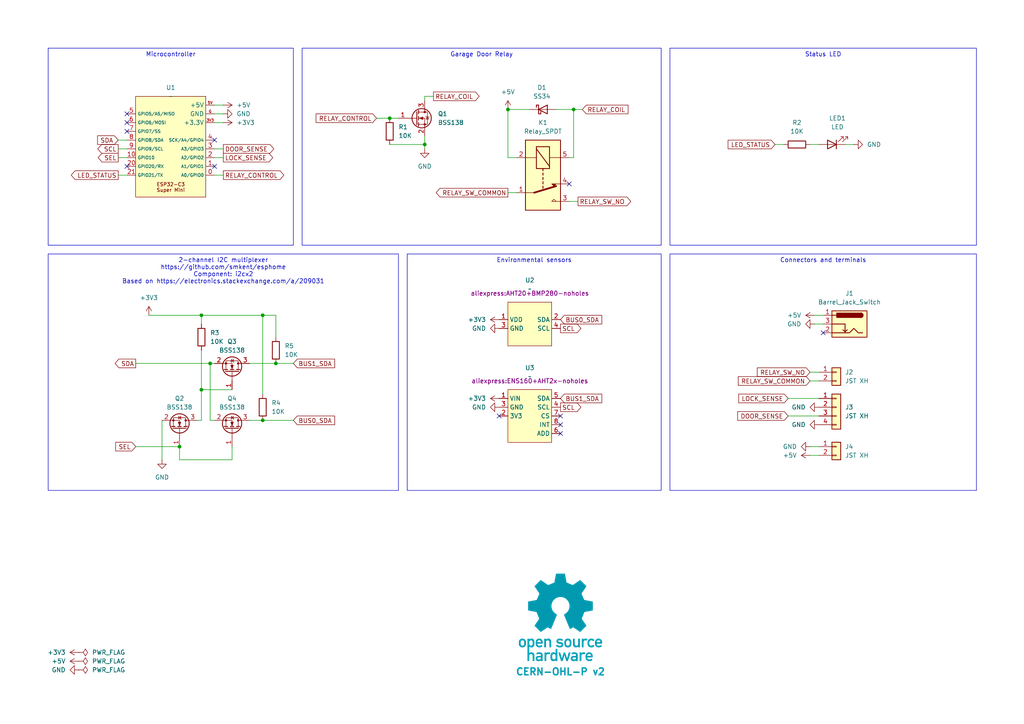
<source format=kicad_sch>
(kicad_sch (version 20231120) (generator "eeschema") (generator_version "8.0")
  (paper "A4")
  (lib_symbols
    (symbol "Connector:Barrel_Jack_Switch" (pin_names hide)
      (property "Reference" "J" (at 0 5.334 0))
      (property "Value" "Barrel_Jack_Switch" (at 0 -5.08 0))
      (symbol "Barrel_Jack_Switch_0_1"
        (rectangle (start -5.08 3.81) (end 5.08 -3.81) (stroke (width 0.254)) (fill (type background)))
        (arc (start -3.302 3.175) (mid -3.9343 2.54) (end -3.302 1.905) (stroke (width 0.254)))
        (arc (start -3.302 3.175) (mid -3.9343 2.54) (end -3.302 1.905) (stroke (width 0.254)) (fill (type outline)))
        (polyline (pts (xy 1.27 -2.286) (xy 1.905 -1.651)) (stroke (width 0.254)))
        (polyline (pts (xy 5.08 2.54) (xy 3.81 2.54)) (stroke (width 0.254)))
        (polyline (pts (xy 5.08 0) (xy 1.27 0) (xy 1.27 -2.286) (xy 0.635 -1.651)) (stroke (width 0.254)))
        (polyline (pts (xy -3.81 -2.54) (xy -2.54 -2.54) (xy -1.27 -1.27) (xy 0 -2.54) (xy 2.54 -2.54) (xy 5.08 -2.54)) (stroke (width 0.254)))
        (rectangle (start 3.683 3.175) (end -3.302 1.905) (stroke (width 0.254)) (fill (type outline)))
      )
      (symbol "Barrel_Jack_Switch_1_1"
        (pin passive line (at 7.62 2.54 180) (length 2.54) (name "~") (number "1"))
        (pin passive line (at 7.62 -2.54 180) (length 2.54) (name "~") (number "2"))
        (pin passive line (at 7.62 0 180) (length 2.54) (name "~") (number "3"))
      )
    )
    (symbol "Connector_Generic:Conn_01x02" (pin_names (offset 1.016) hide)
      (property "Reference" "J" (at 0 2.54 0))
      (property "Value" "Conn_01x02" (at 0 -5.08 0))
      (symbol "Conn_01x02_1_1"
        (rectangle (start -1.27 -2.413) (end 0 -2.667) (stroke (width 0.1524)))
        (rectangle (start -1.27 0.127) (end 0 -0.127) (stroke (width 0.1524)))
        (rectangle (start -1.27 1.27) (end 1.27 -3.81) (stroke (width 0.254)) (fill (type background)))
        (pin passive line (at -5.08 0 0) (length 3.81) (name "Pin_1") (number "1"))
        (pin passive line (at -5.08 -2.54 0) (length 3.81) (name "Pin_2") (number "2"))
      )
    )
    (symbol "Connector_Generic:Conn_01x04" (pin_names (offset 1.016) hide)
      (property "Reference" "J" (at 0 5.08 0))
      (property "Value" "Conn_01x04" (at 0 -7.62 0))
      (symbol "Conn_01x04_1_1"
        (rectangle (start -1.27 -4.953) (end 0 -5.207) (stroke (width 0.1524)))
        (rectangle (start -1.27 -2.413) (end 0 -2.667) (stroke (width 0.1524)))
        (rectangle (start -1.27 0.127) (end 0 -0.127) (stroke (width 0.1524)))
        (rectangle (start -1.27 2.667) (end 0 2.413) (stroke (width 0.1524)))
        (rectangle (start -1.27 3.81) (end 1.27 -6.35) (stroke (width 0.254)) (fill (type background)))
        (pin passive line (at -5.08 2.54 0) (length 3.81) (name "Pin_1") (number "1"))
        (pin passive line (at -5.08 0 0) (length 3.81) (name "Pin_2") (number "2"))
        (pin passive line (at -5.08 -2.54 0) (length 3.81) (name "Pin_3") (number "3"))
        (pin passive line (at -5.08 -5.08 0) (length 3.81) (name "Pin_4") (number "4"))
      )
    )
    (symbol "Device:LED" (pin_numbers hide) (pin_names (offset 1.016) hide)
      (property "Reference" "D" (at 0 2.54 0))
      (property "Value" "LED" (at 0 -2.54 0))
      (symbol "LED_0_1"
        (polyline (pts (xy -1.27 -1.27) (xy -1.27 1.27)) (stroke (width 0.254)))
        (polyline (pts (xy -1.27 0) (xy 1.27 0)))
        (polyline (pts (xy 1.27 -1.27) (xy 1.27 1.27) (xy -1.27 0) (xy 1.27 -1.27)) (stroke (width 0.254)))
        (polyline (pts (xy -3.048 -0.762) (xy -4.572 -2.286) (xy -3.81 -2.286) (xy -4.572 -2.286) (xy -4.572 -1.524)))
        (polyline (pts (xy -1.778 -0.762) (xy -3.302 -2.286) (xy -2.54 -2.286) (xy -3.302 -2.286) (xy -3.302 -1.524)))
      )
      (symbol "LED_1_1"
        (pin passive line (at -3.81 0 0) (length 2.54) (name "K") (number "1"))
        (pin passive line (at 3.81 0 180) (length 2.54) (name "A") (number "2"))
      )
    )
    (symbol "Device:R" (pin_numbers hide) (pin_names (offset 0))
      (property "Reference" "R" (at 2.032 0 90))
      (property "Value" "R" (at 0 0 90))
      (symbol "R_0_1"
        (rectangle (start -1.016 -2.54) (end 1.016 2.54) (stroke (width 0.254)))
      )
      (symbol "R_1_1"
        (pin passive line (at 0 3.81 270) (length 1.27) (name "~") (number "1"))
        (pin passive line (at 0 -3.81 90) (length 1.27) (name "~") (number "2"))
      )
    )
    (symbol "Diode:SS34" (pin_numbers hide) (pin_names (offset 1.016) hide)
      (property "Reference" "D" (at 0 2.54 0))
      (property "Value" "SS34" (at 0 -2.54 0))
      (symbol "SS34_0_1"
        (polyline (pts (xy 1.27 0) (xy -1.27 0)))
        (polyline (pts (xy 1.27 1.27) (xy 1.27 -1.27) (xy -1.27 0) (xy 1.27 1.27)) (stroke (width 0.254)))
        (polyline (pts (xy -1.905 0.635) (xy -1.905 1.27) (xy -1.27 1.27) (xy -1.27 -1.27) (xy -0.635 -1.27) (xy -0.635 -0.635)) (stroke (width 0.254)))
      )
      (symbol "SS34_1_1"
        (pin passive line (at -3.81 0 0) (length 2.54) (name "K") (number "1"))
        (pin passive line (at 3.81 0 180) (length 2.54) (name "A") (number "2"))
      )
    )
    (symbol "ESP32-C3-Super-Mini_1"
      (property "Reference" "U" (at 0 18.288 0))
      (symbol "ESP32-C3-Super-Mini_1_0_1"
        (rectangle (start -10.16 13.97) (end 10.16 -15.24) (fill (type background)))
      )
      (symbol "ESP32-C3-Super-Mini_1_1_1"
        (text_box "ESP32-C3\nSuper Mini" (at -7.62 -10.16 0) (size 15.24 -5.08) (stroke (width -0.0001)) (effects (font (size 1.016 1.016)) (justify top)))
        (pin passive line (at 12.7 -8.89 180) (length 2.54) (name "A0/GPIO0") (number "0"))
        (pin passive line (at 12.7 -6.35 180) (length 2.54) (name "A1/GPIO1") (number "1"))
        (pin passive line (at -12.7 -3.81 0) (length 2.54) (name "GPIO10") (number "10"))
        (pin passive line (at 12.7 -3.81 180) (length 2.54) (name "A2/GPIO2") (number "2"))
        (pin passive line (at -12.7 -6.35 0) (length 2.54) (name "GPIO20/RX") (number "20"))
        (pin passive line (at -12.7 -8.89 0) (length 2.54) (name "GPIO21/TX") (number "21"))
        (pin passive line (at 12.7 -1.27 180) (length 2.54) (name "A3/GPIO3") (number "3"))
        (pin power_in line (at 12.7 6.35 180) (length 2.54) (name "+3.3V") (number "3V3"))
        (pin passive line (at 12.7 1.27 180) (length 2.54) (name "SCK/A4/GPIO4") (number "4"))
        (pin passive line (at -12.7 8.89 0) (length 2.54) (name "GPIO5/A5/MISO") (number "5"))
        (pin power_in line (at 12.7 11.43 180) (length 2.54) (name "+5V") (number "5V"))
        (pin passive line (at -12.7 6.35 0) (length 2.54) (name "GPIO6/MOSI") (number "6"))
        (pin passive line (at -12.7 3.81 0) (length 2.54) (name "GPIO7/SS") (number "7"))
        (pin passive line (at -12.7 1.27 0) (length 2.54) (name "GPIO8/SDA") (number "8"))
        (pin passive line (at -12.7 -1.27 0) (length 2.54) (name "GPIO9/SCL") (number "9"))
        (pin power_in line (at 12.7 8.89 180) (length 2.54) (name "GND") (number "G"))
      )
    )
    (symbol "Relay:SANYOU_SRD_Form_C"
      (property "Reference" "K" (at 11.43 3.81 0))
      (property "Value" "SANYOU_SRD_Form_C" (at 11.43 1.27 0))
      (symbol "SANYOU_SRD_Form_C_0_0"
        (polyline (pts (xy 7.62 5.08) (xy 7.62 2.54) (xy 6.985 3.175) (xy 7.62 3.81)))
      )
      (symbol "SANYOU_SRD_Form_C_0_1"
        (rectangle (start -10.16 5.08) (end 10.16 -5.08) (stroke (width 0.254)) (fill (type background)))
        (rectangle (start -8.255 1.905) (end -1.905 -1.905) (stroke (width 0.254)))
        (polyline (pts (xy -7.62 -1.905) (xy -2.54 1.905)) (stroke (width 0.254)))
        (polyline (pts (xy -5.08 -5.08) (xy -5.08 -1.905)))
        (polyline (pts (xy -5.08 5.08) (xy -5.08 1.905)))
        (polyline (pts (xy -1.905 0) (xy -1.27 0)) (stroke (width 0.254)))
        (polyline (pts (xy -0.635 0) (xy 0 0)) (stroke (width 0.254)))
        (polyline (pts (xy 0.635 0) (xy 1.27 0)) (stroke (width 0.254)))
        (polyline (pts (xy 1.905 0) (xy 2.54 0)) (stroke (width 0.254)))
        (polyline (pts (xy 3.175 0) (xy 3.81 0)) (stroke (width 0.254)))
        (polyline (pts (xy 5.08 -2.54) (xy 3.175 3.81)) (stroke (width 0.508)))
        (polyline (pts (xy 5.08 -2.54) (xy 5.08 -5.08)))
      )
      (symbol "SANYOU_SRD_Form_C_1_1"
        (polyline (pts (xy 2.54 3.81) (xy 3.175 3.175) (xy 2.54 2.54) (xy 2.54 5.08)) (fill (type outline)))
        (pin passive line (at 5.08 -7.62 90) (length 2.54) (name "~") (number "1"))
        (pin passive line (at -5.08 -7.62 90) (length 2.54) (name "~") (number "2"))
        (pin passive line (at 7.62 7.62 270) (length 2.54) (name "~") (number "3"))
        (pin passive line (at 2.54 7.62 270) (length 2.54) (name "~") (number "4"))
        (pin passive line (at -5.08 7.62 270) (length 2.54) (name "~") (number "5"))
      )
    )
    (symbol "Transistor_FET:BSS138" (pin_names hide)
      (property "Reference" "Q" (at 5.08 1.905 0))
      (property "Value" "BSS138" (at 5.08 0 0))
      (symbol "BSS138_0_1"
        (polyline (pts (xy 0.254 0) (xy -2.54 0)))
        (polyline (pts (xy 0.254 1.905) (xy 0.254 -1.905)) (stroke (width 0.254)))
        (polyline (pts (xy 0.762 -1.27) (xy 0.762 -2.286)) (stroke (width 0.254)))
        (polyline (pts (xy 0.762 0.508) (xy 0.762 -0.508)) (stroke (width 0.254)))
        (polyline (pts (xy 0.762 2.286) (xy 0.762 1.27)) (stroke (width 0.254)))
        (polyline (pts (xy 2.54 2.54) (xy 2.54 1.778)))
        (polyline (pts (xy 2.54 -2.54) (xy 2.54 0) (xy 0.762 0)))
        (polyline (pts (xy 0.762 -1.778) (xy 3.302 -1.778) (xy 3.302 1.778) (xy 0.762 1.778)))
        (polyline (pts (xy 1.016 0) (xy 2.032 0.381) (xy 2.032 -0.381) (xy 1.016 0)) (fill (type outline)))
        (polyline (pts (xy 2.794 0.508) (xy 2.921 0.381) (xy 3.683 0.381) (xy 3.81 0.254)))
        (polyline (pts (xy 3.302 0.381) (xy 2.921 -0.254) (xy 3.683 -0.254) (xy 3.302 0.381)))
        (circle (center 1.651 0) (radius 2.794) (stroke (width 0.254)))
        (circle (center 2.54 -1.778) (radius 0.254) (fill (type outline)))
        (circle (center 2.54 1.778) (radius 0.254) (fill (type outline)))
      )
      (symbol "BSS138_1_1"
        (pin input line (at -5.08 0 0) (length 2.54) (name "G") (number "1"))
        (pin passive line (at 2.54 -5.08 90) (length 2.54) (name "S") (number "2"))
        (pin passive line (at 2.54 5.08 270) (length 2.54) (name "D") (number "3"))
      )
    )
    (symbol "aliexpress:AHT20+BMP280"
      (property "Reference" "U" (at 0 12.7 0))
      (property "Footprint" "aliexpress:AHT20+BMP280" (at 0 10.16 0))
      (symbol "AHT20+BMP280_0_1"
        (rectangle (start -6.35 6.35) (end 6.35 -6.35) (fill (type background)))
      )
      (symbol "AHT20+BMP280_1_1"
        (pin power_in line (at -8.89 1.27 0) (length 2.54) (name "VDD") (number "1"))
        (pin bidirectional line (at 8.89 1.27 180) (length 2.54) (name "SDA") (number "2"))
        (pin power_in line (at -8.89 -1.27 0) (length 2.54) (name "GND") (number "3"))
        (pin input line (at 8.89 -1.27 180) (length 2.54) (name "SCL") (number "4"))
      )
    )
    (symbol "aliexpress:ENS160+AHT2x"
      (property "Reference" "U" (at 0 11.43 0))
      (property "Footprint" "aliexpress:ENS160+AHT2x" (at 0.635 9.525 0))
      (symbol "ENS160+AHT2x_0_1"
        (rectangle (start -6.35 7.62) (end 6.35 -7.62) (fill (type background)))
      )
      (symbol "ENS160+AHT2x_1_1"
        (pin power_in line (at -8.89 5.08 0) (length 2.54) (name "VIN") (number "1"))
        (pin power_out line (at -8.89 0 0) (length 2.54) (name "3V3") (number "2"))
        (pin power_in line (at -8.89 2.54 0) (length 2.54) (name "GND") (number "3"))
        (pin input line (at 8.89 2.54 180) (length 2.54) (name "SCL") (number "4"))
        (pin bidirectional line (at 8.89 5.08 180) (length 2.54) (name "SDA") (number "5"))
        (pin input line (at 8.89 -5.08 180) (length 2.54) (name "ADD") (number "6"))
        (pin input line (at 8.89 0 180) (length 2.54) (name "CS") (number "7"))
        (pin output line (at 8.89 -2.54 180) (length 2.54) (name "INT") (number "8"))
      )
    )
    (symbol "power:+3V3" (power) (pin_numbers hide) (pin_names (offset 0) hide)
      (property "Value" "+3V3" (at 0 3.556 0))
      (symbol "+3V3_0_1"
        (polyline (pts (xy -0.762 1.27) (xy 0 2.54)))
        (polyline (pts (xy 0 0) (xy 0 2.54)))
        (polyline (pts (xy 0 2.54) (xy 0.762 1.27)))
      )
      (symbol "+3V3_1_1"
        (pin power_in line (at 0 0 90) (length 0) (name "~") (number "1"))
      )
    )
    (symbol "power:+5V" (power) (pin_numbers hide) (pin_names (offset 0) hide)
      (property "Value" "+5V" (at 0 3.556 0))
      (symbol "+5V_0_1"
        (polyline (pts (xy -0.762 1.27) (xy 0 2.54)))
        (polyline (pts (xy 0 0) (xy 0 2.54)))
        (polyline (pts (xy 0 2.54) (xy 0.762 1.27)))
      )
      (symbol "+5V_1_1"
        (pin power_in line (at 0 0 90) (length 0) (name "~") (number "1"))
      )
    )
    (symbol "power:GND" (power) (pin_numbers hide) (pin_names (offset 0) hide)
      (property "Value" "GND" (at 0 -3.81 0))
      (symbol "GND_0_1"
        (polyline (pts (xy 0 0) (xy 0 -1.27) (xy 1.27 -1.27) (xy 0 -2.54) (xy -1.27 -1.27) (xy 0 -1.27)))
      )
      (symbol "GND_1_1"
        (pin power_in line (at 0 0 270) (length 0) (name "~") (number "1"))
      )
    )
    (symbol "power:PWR_FLAG" (power) (pin_numbers hide) (pin_names (offset 0) hide)
      (property "Value" "PWR_FLAG" (at 0 3.81 0))
      (symbol "PWR_FLAG_0_0"
        (pin power_out line (at 0 0 90) (length 0) (name "~") (number "1"))
      )
      (symbol "PWR_FLAG_0_1"
        (polyline (pts (xy 0 0) (xy 0 1.27) (xy -1.016 1.905) (xy 0 2.54) (xy 1.016 1.905) (xy 0 1.27)))
      )
    )
  )
  (junction (at 58.42 91.44))
  (junction (at 166.37 31.75))
  (junction (at 123.19 41.91))
  (junction (at 147.32 31.75))
  (junction (at 76.2 91.44))
  (junction (at 60.96 105.41))
  (junction (at 52.07 129.54))
  (junction (at 80.01 105.41))
  (junction (at 113.03 34.29))
  (junction (at 58.42 113.03))
  (junction (at 76.2 121.92))
  (no_connect (at 238.76 96.52))
  (no_connect (at 62.23 40.64))
  (no_connect (at 62.23 48.26))
  (no_connect (at 36.83 33.02))
  (no_connect (at 162.56 123.19))
  (no_connect (at 162.56 125.73))
  (no_connect (at 144.78 120.65))
  (no_connect (at 165.1 53.34))
  (no_connect (at 162.56 120.65))
  (no_connect (at 36.83 35.56))
  (no_connect (at 36.83 48.26))
  (no_connect (at 36.83 38.1))
  (wire (pts (xy 234.95 41.91) (xy 237.49 41.91)))
  (wire (pts (xy 113.03 34.29) (xy 115.57 34.29)))
  (wire (pts (xy 39.37 105.41) (xy 60.96 105.41)))
  (wire (pts (xy 58.42 101.6) (xy 58.42 113.03)))
  (wire (pts (xy 72.39 121.92) (xy 76.2 121.92)))
  (wire (pts (xy 34.29 43.18) (xy 36.83 43.18)))
  (wire (pts (xy 123.19 41.91) (xy 123.19 39.37)))
  (wire (pts (xy 80.01 104.14) (xy 80.01 105.41)))
  (wire (pts (xy 34.29 50.8) (xy 36.83 50.8)))
  (wire (pts (xy 147.32 55.88) (xy 149.86 55.88)))
  (wire (pts (xy 58.42 113.03) (xy 67.31 113.03)))
  (wire (pts (xy 123.19 43.18) (xy 123.19 41.91)))
  (wire (pts (xy 245.11 41.91) (xy 247.65 41.91)))
  (wire (pts (xy 236.22 93.98) (xy 238.76 93.98)))
  (wire (pts (xy 64.77 45.72) (xy 62.23 45.72)))
  (wire (pts (xy 52.07 133.35) (xy 67.31 133.35)))
  (wire (pts (xy 34.29 45.72) (xy 36.83 45.72)))
  (wire (pts (xy 167.64 58.42) (xy 165.1 58.42)))
  (wire (pts (xy 234.95 132.08) (xy 237.49 132.08)))
  (wire (pts (xy 113.03 41.91) (xy 123.19 41.91)))
  (wire (pts (xy 39.37 129.54) (xy 52.07 129.54)))
  (wire (pts (xy 62.23 105.41) (xy 60.96 105.41)))
  (wire (pts (xy 62.23 30.48) (xy 64.77 30.48)))
  (wire (pts (xy 80.01 91.44) (xy 80.01 97.79)))
  (wire (pts (xy 62.23 50.8) (xy 64.77 50.8)))
  (wire (pts (xy 166.37 31.75) (xy 168.91 31.75)))
  (wire (pts (xy 147.32 45.72) (xy 147.32 31.75)))
  (wire (pts (xy 64.77 43.18) (xy 62.23 43.18)))
  (wire (pts (xy 43.18 91.44) (xy 58.42 91.44)))
  (wire (pts (xy 52.07 133.35) (xy 52.07 129.54)))
  (wire (pts (xy 237.49 115.57) (xy 228.6 115.57)))
  (wire (pts (xy 125.73 27.94) (xy 123.19 27.94)))
  (wire (pts (xy 161.29 31.75) (xy 166.37 31.75)))
  (wire (pts (xy 58.42 113.03) (xy 58.42 121.92)))
  (wire (pts (xy 234.95 107.95) (xy 237.49 107.95)))
  (wire (pts (xy 123.19 27.94) (xy 123.19 29.21)))
  (wire (pts (xy 72.39 105.41) (xy 80.01 105.41)))
  (wire (pts (xy 237.49 120.65) (xy 228.6 120.65)))
  (wire (pts (xy 166.37 31.75) (xy 166.37 45.72)))
  (wire (pts (xy 60.96 121.92) (xy 62.23 121.92)))
  (wire (pts (xy 62.23 33.02) (xy 64.77 33.02)))
  (wire (pts (xy 166.37 45.72) (xy 165.1 45.72)))
  (wire (pts (xy 58.42 91.44) (xy 58.42 93.98)))
  (wire (pts (xy 67.31 133.35) (xy 67.31 129.54)))
  (wire (pts (xy 234.95 110.49) (xy 237.49 110.49)))
  (wire (pts (xy 58.42 91.44) (xy 76.2 91.44)))
  (wire (pts (xy 236.22 91.44) (xy 238.76 91.44)))
  (wire (pts (xy 234.95 129.54) (xy 237.49 129.54)))
  (wire (pts (xy 76.2 91.44) (xy 76.2 114.3)))
  (wire (pts (xy 46.99 121.92) (xy 46.99 133.35)))
  (wire (pts (xy 76.2 121.92) (xy 85.09 121.92)))
  (wire (pts (xy 147.32 31.75) (xy 153.67 31.75)))
  (wire (pts (xy 80.01 105.41) (xy 85.09 105.41)))
  (wire (pts (xy 109.22 34.29) (xy 113.03 34.29)))
  (wire (pts (xy 57.15 121.92) (xy 58.42 121.92)))
  (wire (pts (xy 224.79 41.91) (xy 227.33 41.91)))
  (wire (pts (xy 76.2 91.44) (xy 80.01 91.44)))
  (wire (pts (xy 149.86 45.72) (xy 147.32 45.72)))
  (wire (pts (xy 64.77 35.56) (xy 62.23 35.56)))
  (wire (pts (xy 34.29 40.64) (xy 36.83 40.64)))
  (wire (pts (xy 60.96 105.41) (xy 60.96 121.92)))
  (image (at 162.56 179.07) (scale 0.37481))
  (text_box "Garage Door Relay" (at 87.63 13.97 0) (size 104.14 57.15) (effects (font (size 1.27 1.27)) (justify top)))
  (text_box "2-channel I2C multiplexer\nhttps://github.com/smkent/esphome\nComponent: i2cx2\nBased on https://electronics.stackexchange.com/a/209031" (at 13.97 73.66 0) (size 101.6 68.58) (effects (font (size 1.27 1.27)) (justify top)))
  (text_box "Environmental sensors" (at 118.11 73.66 0) (size 73.66 68.58) (effects (font (size 1.27 1.27)) (justify top)))
  (text_box "Microcontroller" (at 13.97 13.97 0) (size 71.12 57.15) (effects (font (size 1.27 1.27)) (justify top)))
  (text_box "Status LED" (at 194.31 13.97 0) (size 88.9 57.15) (effects (font (size 1.27 1.27)) (justify top)))
  (text_box "Connectors and terminals" (at 194.31 73.66 0) (size 88.9 68.58) (effects (font (size 1.27 1.27)) (justify top)))
  (text "CERN-OHL-P v2" (at 162.56 195.072 0) (effects (font (size 2 2) (thickness 0.4) (bold yes))))
  (global_label "SEL" (shape input) (at 39.37 129.54 180) (property "Intersheetrefs" "${INTERSHEET_REFS}" (effects (hide yes))))
  (global_label "RELAY_SW_NO" (shape input) (at 234.95 107.95 180) (property "Intersheetrefs" "${INTERSHEET_REFS}" (effects (hide yes))))
  (global_label "DOOR_SENSE" (shape output) (at 64.77 43.18 0) (property "Intersheetrefs" "${INTERSHEET_REFS}" (effects (hide yes))))
  (global_label "LED_STATUS" (shape input) (at 224.79 41.91 180) (property "Intersheetrefs" "${INTERSHEET_REFS}" (effects (hide yes))))
  (global_label "SCL" (shape output) (at 162.56 95.25 0) (property "Intersheetrefs" "${INTERSHEET_REFS}" (effects (hide yes))))
  (global_label "RELAY_CONTROL" (shape input) (at 109.22 34.29 180) (property "Intersheetrefs" "${INTERSHEET_REFS}" (effects (hide yes))))
  (global_label "LOCK_SENSE" (shape input) (at 228.6 115.57 180) (property "Intersheetrefs" "${INTERSHEET_REFS}" (effects (hide yes))))
  (global_label "SDA" (shape input) (at 34.29 40.64 180) (property "Intersheetrefs" "${INTERSHEET_REFS}" (effects (hide yes))))
  (global_label "LED_STATUS" (shape output) (at 34.29 50.8 180) (property "Intersheetrefs" "${INTERSHEET_REFS}" (effects (hide yes))))
  (global_label "SCL" (shape output) (at 34.29 43.18 180) (property "Intersheetrefs" "${INTERSHEET_REFS}" (effects (hide yes))))
  (global_label "RELAY_COIL" (shape output) (at 125.73 27.94 0) (property "Intersheetrefs" "${INTERSHEET_REFS}" (effects (hide yes))))
  (global_label "RELAY_SW_COMMON" (shape output) (at 147.32 55.88 180) (property "Intersheetrefs" "${INTERSHEET_REFS}" (effects (hide yes))))
  (global_label "BUS0_SDA" (shape input) (at 85.09 121.92 0) (property "Intersheetrefs" "${INTERSHEET_REFS}" (effects (hide yes))))
  (global_label "RELAY_COIL" (shape input) (at 168.91 31.75 0) (property "Intersheetrefs" "${INTERSHEET_REFS}" (effects (hide yes))))
  (global_label "LOCK_SENSE" (shape output) (at 64.77 45.72 0) (property "Intersheetrefs" "${INTERSHEET_REFS}" (effects (hide yes))))
  (global_label "SCL" (shape output) (at 162.56 118.11 0) (property "Intersheetrefs" "${INTERSHEET_REFS}" (effects (hide yes))))
  (global_label "BUS1_SDA" (shape input) (at 162.56 115.57 0) (property "Intersheetrefs" "${INTERSHEET_REFS}" (effects (hide yes))))
  (global_label "RELAY_SW_NO" (shape output) (at 167.64 58.42 0) (property "Intersheetrefs" "${INTERSHEET_REFS}" (effects (hide yes))))
  (global_label "RELAY_CONTROL" (shape output) (at 64.77 50.8 0) (property "Intersheetrefs" "${INTERSHEET_REFS}" (effects (hide yes))))
  (global_label "SDA" (shape output) (at 39.37 105.41 180) (property "Intersheetrefs" "${INTERSHEET_REFS}" (effects (hide yes))))
  (global_label "BUS0_SDA" (shape input) (at 162.56 92.71 0) (property "Intersheetrefs" "${INTERSHEET_REFS}" (effects (hide yes))))
  (global_label "DOOR_SENSE" (shape input) (at 228.6 120.65 180) (property "Intersheetrefs" "${INTERSHEET_REFS}" (effects (hide yes))))
  (global_label "SEL" (shape output) (at 34.29 45.72 180) (property "Intersheetrefs" "${INTERSHEET_REFS}" (effects (hide yes))))
  (global_label "RELAY_SW_COMMON" (shape input) (at 234.95 110.49 180) (property "Intersheetrefs" "${INTERSHEET_REFS}" (effects (hide yes))))
  (global_label "BUS1_SDA" (shape input) (at 85.09 105.41 0) (property "Intersheetrefs" "${INTERSHEET_REFS}" (effects (hide yes))))
  (symbol (lib_id "power:GND") (at 237.49 118.11 270) (unit 1)
    (property "Reference" "#PWR012" (effects (hide yes)))
    (property "Value" "GND" (at 233.68 118.1099 90) (effects (justify right)))
    (property "Description" "Power symbol creates a global label with name \"GND\" , ground" (effects (hide yes)))
  )
  (symbol (lib_id "power:+3V3") (at 144.78 115.57 90) (unit 1)
    (property "Reference" "#PWR05" (effects (hide yes)))
    (property "Value" "+3V3" (at 140.97 115.5699 90) (effects (justify left)))
    (property "Description" "Power symbol creates a global label with name \"+3V3\"" (effects (hide yes)))
  )
  (symbol (lib_id "Device:LED") (at 241.3 41.91 180) (unit 1)
    (property "Reference" "LED1" (at 242.8875 34.29 0))
    (property "Value" "LED" (at 242.8875 36.83 0))
    (property "Footprint" "custom:LED_0805_2012Metric_Pad1.15x1.40mm_HandSolder_simple" (effects (hide yes)))
  )
  (symbol (lib_id "power:GND") (at 236.22 93.98 270) (unit 1)
    (property "Reference" "#PWR011" (effects (hide yes)))
    (property "Value" "GND" (at 232.41 93.9799 90) (effects (justify right)))
    (property "Description" "Power symbol creates a global label with name \"GND\" , ground" (effects (hide yes)))
  )
  (symbol (lib_id "Connector_Generic:Conn_01x02") (at 242.57 107.95 0) (unit 1)
    (property "Reference" "J2" (at 245.11 107.9499 0) (effects (justify left)))
    (property "Value" "JST XH" (at 245.11 110.4899 0) (effects (justify left)))
    (property "Footprint" "Connector_JST:JST_XH_B2B-XH-A_1x02_P2.50mm_Vertical" (effects (hide yes)))
    (property "Description" "Generic connector, single row, 01x02, script generated (kicad-library-utils/schlib/autogen/connector/)" (effects (hide yes)))
  )
  (symbol (lib_id "Connector:Barrel_Jack_Switch") (at 246.38 93.98 0) (mirror y) (unit 1)
    (property "Reference" "J1" (at 246.38 85.09 0))
    (property "Value" "Barrel_Jack_Switch" (at 246.38 87.63 0))
    (property "Footprint" "Connector_BarrelJack:BarrelJack_CLIFF_FC681465S_SMT_Horizontal" (effects (hide yes)))
    (property "Description" "DC Barrel Jack with an internal switch" (effects (hide yes)))
  )
  (symbol (lib_id "power:GND") (at 234.95 129.54 270) (unit 1)
    (property "Reference" "#PWR015" (effects (hide yes)))
    (property "Value" "GND" (at 231.14 129.5399 90) (effects (justify right)))
    (property "Description" "Power symbol creates a global label with name \"GND\" , ground" (effects (hide yes)))
  )
  (symbol (lib_id "power:+3V3") (at 144.78 92.71 90) (unit 1)
    (property "Reference" "#PWR07" (effects (hide yes)))
    (property "Value" "+3V3" (at 140.97 92.7099 90) (effects (justify left)))
    (property "Description" "Power symbol creates a global label with name \"+3V3\"" (effects (hide yes)))
  )
  (symbol (lib_id "power:+5V") (at 236.22 91.44 90) (unit 1)
    (property "Reference" "#PWR010" (effects (hide yes)))
    (property "Value" "+5V" (at 232.41 91.4399 90) (effects (justify left)))
    (property "Description" "Power symbol creates a global label with name \"+5V\"" (effects (hide yes)))
  )
  (symbol (lib_id "power:+3V3") (at 22.86 189.23 90) (unit 1)
    (property "Reference" "#PWR016" (effects (hide yes)))
    (property "Value" "+3V3" (at 19.05 189.2299 90) (effects (justify left)))
    (property "Description" "Power symbol creates a global label with name \"+3V3\"" (effects (hide yes)))
  )
  (symbol (lib_id "Device:R") (at 113.03 38.1 180) (unit 1)
    (property "Reference" "R1" (at 115.57 36.8299 0) (effects (justify right)))
    (property "Value" "10K" (at 115.57 39.3699 0) (effects (justify right)))
    (property "Footprint" "Resistor_SMD:R_0805_2012Metric_Pad1.20x1.40mm_HandSolder" (effects (hide yes)))
    (property "Description" "Resistor" (effects (hide yes)))
  )
  (symbol (lib_id "power:PWR_FLAG") (at 22.86 189.23 270) (unit 1)
    (property "Reference" "#FLG05" (effects (hide yes)))
    (property "Value" "PWR_FLAG" (at 26.67 189.2299 90) (effects (justify left)))
    (property "Description" "Special symbol for telling ERC where power comes from" (effects (hide yes)))
  )
  (symbol (lib_id "Connector_Generic:Conn_01x04") (at 242.57 118.11 0) (unit 1)
    (property "Reference" "J3" (at 245.11 118.1099 0) (effects (justify left)))
    (property "Value" "JST XH" (at 245.11 120.6499 0) (effects (justify left)))
    (property "Footprint" "Connector_JST:JST_XH_B4B-XH-A_1x04_P2.50mm_Vertical" (effects (hide yes)))
    (property "Description" "Generic connector, single row, 01x04, script generated (kicad-library-utils/schlib/autogen/connector/)" (effects (hide yes)))
  )
  (symbol (lib_id "Connector_Generic:Conn_01x02") (at 242.57 129.54 0) (unit 1)
    (property "Reference" "J4" (at 245.11 129.5399 0) (effects (justify left)))
    (property "Value" "JST XH" (at 245.11 132.0799 0) (effects (justify left)))
    (property "Footprint" "custom:TerminalBlock_Phoenix_MKDS-1,5-2-5.08_1x02_P5.08mm_Horizontal" (effects (hide yes)))
    (property "Description" "Generic connector, single row, 01x02, script generated (kicad-library-utils/schlib/autogen/connector/)" (effects (hide yes)))
  )
  (symbol (lib_id "power:+5V") (at 147.32 31.75 0) (unit 1)
    (property "Reference" "#PWR024" (effects (hide yes)))
    (property "Value" "+5V" (at 147.32 26.67 0))
    (property "Description" "Power symbol creates a global label with name \"+5V\"" (effects (hide yes)))
  )
  (symbol (lib_id "aliexpress:ENS160+AHT2x") (at 153.67 120.65 0) (unit 1)
    (property "Reference" "U3" (at 153.67 106.68 0))
    (property "Value" "~" (at 153.67 109.22 0))
    (property "Footprint" "aliexpress:ENS160+AHT2x-noholes" (at 153.67 110.49 0))
  )
  (symbol (lib_id "power:GND") (at 237.49 123.19 270) (unit 1)
    (property "Reference" "#PWR013" (effects (hide yes)))
    (property "Value" "GND" (at 233.68 123.1899 90) (effects (justify right)))
    (property "Description" "Power symbol creates a global label with name \"GND\" , ground" (effects (hide yes)))
  )
  (symbol (lib_id "aliexpress:AHT20+BMP280") (at 153.67 93.98 0) (unit 1)
    (property "Reference" "U2" (at 153.67 81.28 0))
    (property "Value" "~" (at 153.67 83.82 0))
    (property "Footprint" "aliexpress:AHT20+BMP280-noholes" (at 153.67 85.09 0))
  )
  (symbol (lib_id "power:PWR_FLAG") (at 22.86 191.77 270) (unit 1)
    (property "Reference" "#FLG01" (effects (hide yes)))
    (property "Value" "PWR_FLAG" (at 26.67 191.7699 90) (effects (justify left)))
    (property "Description" "Special symbol for telling ERC where power comes from" (effects (hide yes)))
  )
  (symbol (lib_id "Device:R") (at 80.01 101.6 180) (unit 1)
    (property "Reference" "R5" (at 82.55 100.3299 0) (effects (justify right)))
    (property "Value" "10K" (at 82.55 102.8699 0) (effects (justify right)))
    (property "Footprint" "Resistor_SMD:R_0805_2012Metric_Pad1.20x1.40mm_HandSolder" (effects (hide yes)))
    (property "Description" "Resistor" (effects (hide yes)))
  )
  (symbol (lib_id "power:+5V") (at 22.86 191.77 90) (unit 1)
    (property "Reference" "#PWR02" (effects (hide yes)))
    (property "Value" "+5V" (at 19.05 191.7699 90) (effects (justify left)))
    (property "Description" "Power symbol creates a global label with name \"+5V\"" (effects (hide yes)))
  )
  (symbol (lib_id "Transistor_FET:BSS138") (at 67.31 124.46 270) (mirror x) (unit 1)
    (property "Reference" "Q4" (at 67.31 115.57 90))
    (property "Value" "BSS138" (at 67.31 118.11 90))
    (property "Footprint" "Package_TO_SOT_SMD:SOT-23" (effects (hide yes)))
    (property "Datasheet" "https://www.onsemi.com/pub/Collateral/BSS138-D.PDF" (effects (hide yes)))
    (property "Description" "50V Vds, 0.22A Id, N-Channel MOSFET, SOT-23" (effects (hide yes)))
  )
  (symbol (lib_id "Device:R") (at 76.2 118.11 180) (unit 1)
    (property "Reference" "R4" (at 78.74 116.8399 0) (effects (justify right)))
    (property "Value" "10K" (at 78.74 119.3799 0) (effects (justify right)))
    (property "Footprint" "Resistor_SMD:R_0805_2012Metric_Pad1.20x1.40mm_HandSolder" (effects (hide yes)))
    (property "Description" "Resistor" (effects (hide yes)))
  )
  (symbol (lib_id "Device:R") (at 231.14 41.91 270) (unit 1)
    (property "Reference" "R2" (at 231.14 35.56 90))
    (property "Value" "10K" (at 231.14 38.1 90))
    (property "Footprint" "Resistor_SMD:R_0805_2012Metric_Pad1.20x1.40mm_HandSolder" (effects (hide yes)))
  )
  (symbol (lib_id "power:PWR_FLAG") (at 22.86 194.31 270) (unit 1)
    (property "Reference" "#FLG02" (effects (hide yes)))
    (property "Value" "PWR_FLAG" (at 26.67 194.3099 90) (effects (justify left)))
    (property "Description" "Special symbol for telling ERC where power comes from" (effects (hide yes)))
  )
  (symbol (lib_id "power:GND") (at 123.19 43.18 0) (unit 1)
    (property "Reference" "#PWR08" (effects (hide yes)))
    (property "Value" "GND" (at 123.19 48.26 0))
    (property "Description" "Power symbol creates a global label with name \"GND\" , ground" (effects (hide yes)))
  )
  (symbol (lib_id "power:+5V") (at 234.95 132.08 90) (unit 1)
    (property "Reference" "#PWR017" (effects (hide yes)))
    (property "Value" "+5V" (at 231.14 132.0799 90) (effects (justify left)))
    (property "Description" "Power symbol creates a global label with name \"+5V\"" (effects (hide yes)))
  )
  (symbol (lib_id "Diode:SS34") (at 157.48 31.75 0) (unit 1)
    (property "Reference" "D1" (at 157.1625 25.4 0))
    (property "Value" "SS34" (at 157.1625 27.94 0))
    (property "Footprint" "custom:D_SMA_simple" (effects (hide yes)))
    (property "Datasheet" "https://www.vishay.com/docs/88751/ss32.pdf" (effects (hide yes)))
    (property "Description" "40V 3A Schottky Diode, SMA" (effects (hide yes)))
  )
  (symbol (lib_id "power:+3V3") (at 43.18 91.44 0) (unit 1)
    (property "Reference" "#PWR03" (effects (hide yes)))
    (property "Value" "+3V3" (at 43.18 86.36 0))
    (property "Description" "Power symbol creates a global label with name \"+3V3\"" (effects (hide yes)))
  )
  (symbol (lib_id "Transistor_FET:BSS138") (at 120.65 34.29 0) (unit 1)
    (property "Reference" "Q1" (at 127 33.0199 0) (effects (justify left)))
    (property "Value" "BSS138" (at 127 35.5599 0) (effects (justify left)))
    (property "Footprint" "Package_TO_SOT_SMD:SOT-23" (effects (hide yes)))
    (property "Datasheet" "https://www.onsemi.com/pub/Collateral/BSS138-D.PDF" (effects (hide yes)))
    (property "Description" "50V Vds, 0.22A Id, N-Channel MOSFET, SOT-23" (effects (hide yes)))
  )
  (symbol (lib_id "Device:R") (at 58.42 97.79 180) (unit 1)
    (property "Reference" "R3" (at 60.96 96.5199 0) (effects (justify right)))
    (property "Value" "10K" (at 60.96 99.0599 0) (effects (justify right)))
    (property "Footprint" "Resistor_SMD:R_0805_2012Metric_Pad1.20x1.40mm_HandSolder" (effects (hide yes)))
    (property "Description" "Resistor" (effects (hide yes)))
  )
  (symbol (lib_id "power:GND") (at 144.78 95.25 270) (unit 1)
    (property "Reference" "#PWR09" (effects (hide yes)))
    (property "Value" "GND" (at 140.97 95.25 90) (effects (justify right)))
  )
  (symbol (lib_id "power:+3V3") (at 64.77 35.56 270) (unit 1)
    (property "Reference" "#PWR020" (effects (hide yes)))
    (property "Value" "+3V3" (at 68.58 35.5601 90) (effects (justify left)))
    (property "Description" "Power symbol creates a global label with name \"+3V3\"" (effects (hide yes)))
  )
  (symbol (lib_id "Transistor_FET:BSS138") (at 67.31 107.95 270) (mirror x) (unit 1)
    (property "Reference" "Q3" (at 67.31 99.06 90))
    (property "Value" "BSS138" (at 67.31 101.6 90))
    (property "Footprint" "Package_TO_SOT_SMD:SOT-23" (effects (hide yes)))
    (property "Datasheet" "https://www.onsemi.com/pub/Collateral/BSS138-D.PDF" (effects (hide yes)))
    (property "Description" "50V Vds, 0.22A Id, N-Channel MOSFET, SOT-23" (effects (hide yes)))
  )
  (symbol (lib_id "power:+5V") (at 64.77 30.48 270) (unit 1)
    (property "Reference" "#PWR018" (effects (hide yes)))
    (property "Value" "+5V" (at 68.58 30.4801 90) (effects (justify left)))
    (property "Description" "Power symbol creates a global label with name \"+5V\"" (effects (hide yes)))
  )
  (symbol (lib_id "power:GND") (at 46.99 133.35 0) (unit 1)
    (property "Reference" "#PWR04" (effects (hide yes)))
    (property "Value" "GND" (at 46.99 138.43 0))
  )
  (symbol (lib_id "Transistor_FET:BSS138") (at 52.07 124.46 270) (mirror x) (unit 1)
    (property "Reference" "Q2" (at 52.07 115.57 90))
    (property "Value" "BSS138" (at 52.07 118.11 90))
    (property "Footprint" "Package_TO_SOT_SMD:SOT-23" (effects (hide yes)))
    (property "Datasheet" "https://www.onsemi.com/pub/Collateral/BSS138-D.PDF" (effects (hide yes)))
    (property "Description" "50V Vds, 0.22A Id, N-Channel MOSFET, SOT-23" (effects (hide yes)))
  )
  (symbol (lib_id "power:GND") (at 22.86 194.31 270) (unit 1)
    (property "Reference" "#PWR01" (effects (hide yes)))
    (property "Value" "GND" (at 19.05 194.3099 90) (effects (justify right)))
    (property "Description" "Power symbol creates a global label with name \"GND\" , ground" (effects (hide yes)))
  )
  (symbol (lib_id "power:GND") (at 64.77 33.02 90) (unit 1)
    (property "Reference" "#PWR019" (effects (hide yes)))
    (property "Value" "GND" (at 68.58 33.0201 90) (effects (justify right)))
    (property "Description" "Power symbol creates a global label with name \"GND\" , ground" (effects (hide yes)))
  )
  (symbol (lib_name "ESP32-C3-Super-Mini_1") (lib_id "aliexpress:ESP32-C3-Super-Mini") (at 49.53 41.91 0) (unit 1)
    (property "Reference" "U1" (at 49.53 25.4 0))
    (property "Value" "~" (at 49.53 27.94 0))
    (property "Footprint" "aliexpress:ESP32-C3-Super-Mini-Pins" (effects (hide yes)))
  )
  (symbol (lib_id "power:GND") (at 144.78 118.11 270) (unit 1)
    (property "Reference" "#PWR06" (effects (hide yes)))
    (property "Value" "GND" (at 140.97 118.11 90) (effects (justify right)))
  )
  (symbol (lib_id "power:GND") (at 247.65 41.91 90) (unit 1)
    (property "Reference" "#PWR014" (effects (hide yes)))
    (property "Value" "GND" (at 251.46 41.91 90) (effects (justify right)))
  )
  (symbol (lib_id "Relay:SANYOU_SRD_Form_C") (at 157.48 50.8 270) (unit 1)
    (property "Reference" "K1" (at 157.48 35.56 90))
    (property "Value" "Relay_SPDT" (at 157.48 38.1 90))
    (property "Footprint" "Relay_THT:Relay_SPDT_SANYOU_SRD_Series_Form_C" (effects (hide yes)))
    (property "Datasheet" "http://www.sanyourelay.ca/public/products/pdf/SRD.pdf" (effects (hide yes)))
    (property "Description" "Sanyo SRD relay, Single Pole Miniature Power Relay," (effects (hide yes)))
  )
)
</source>
